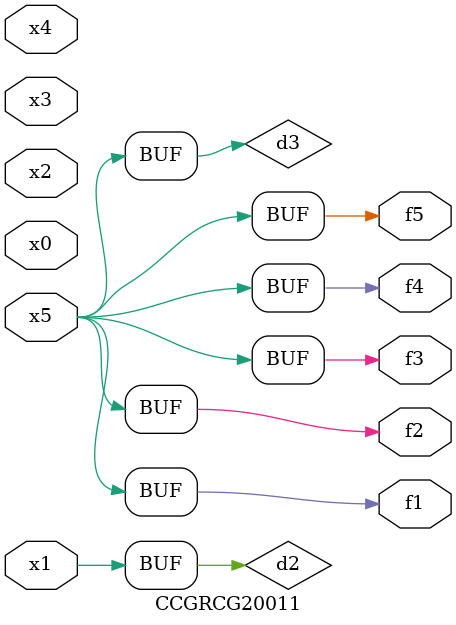
<source format=v>
module CCGRCG20011(
	input x0, x1, x2, x3, x4, x5,
	output f1, f2, f3, f4, f5
);

	wire d1, d2, d3;

	not (d1, x5);
	or (d2, x1);
	xnor (d3, d1);
	assign f1 = d3;
	assign f2 = d3;
	assign f3 = d3;
	assign f4 = d3;
	assign f5 = d3;
endmodule

</source>
